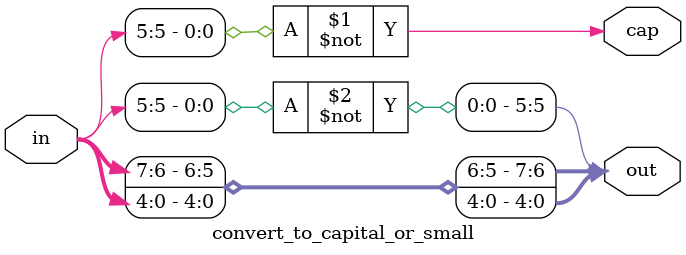
<source format=v>
`timescale 1ns / 1ps
module convert_to_capital_or_small(
    input [7:0] in,
    output [7:0] out,
    output cap
    );
	 

	not(cap,in[5]);

	buf(out[0],in[0]);
	buf(out[1],in[1]);
	buf(out[2],in[2]);
	buf(out[3],in[3]);
	buf(out[4],in[4]);
	not(out[5],in[5]);
	buf(out[6],in[6]);
	buf(out[7],in[7]);


endmodule

</source>
